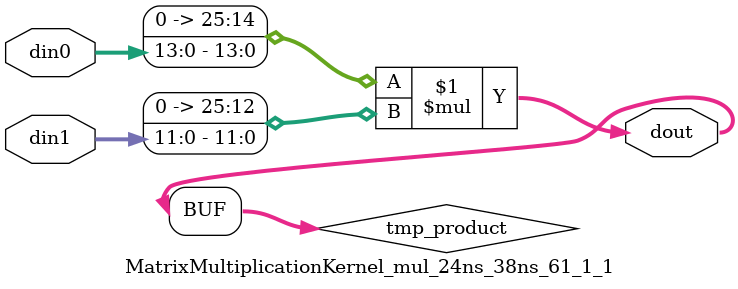
<source format=v>

`timescale 1 ns / 1 ps

 module MatrixMultiplicationKernel_mul_24ns_38ns_61_1_1(din0, din1, dout);
parameter ID = 1;
parameter NUM_STAGE = 0;
parameter din0_WIDTH = 14;
parameter din1_WIDTH = 12;
parameter dout_WIDTH = 26;

input [din0_WIDTH - 1 : 0] din0; 
input [din1_WIDTH - 1 : 0] din1; 
output [dout_WIDTH - 1 : 0] dout;

wire signed [dout_WIDTH - 1 : 0] tmp_product;
























assign tmp_product = $signed({1'b0, din0}) * $signed({1'b0, din1});











assign dout = tmp_product;





















endmodule

</source>
